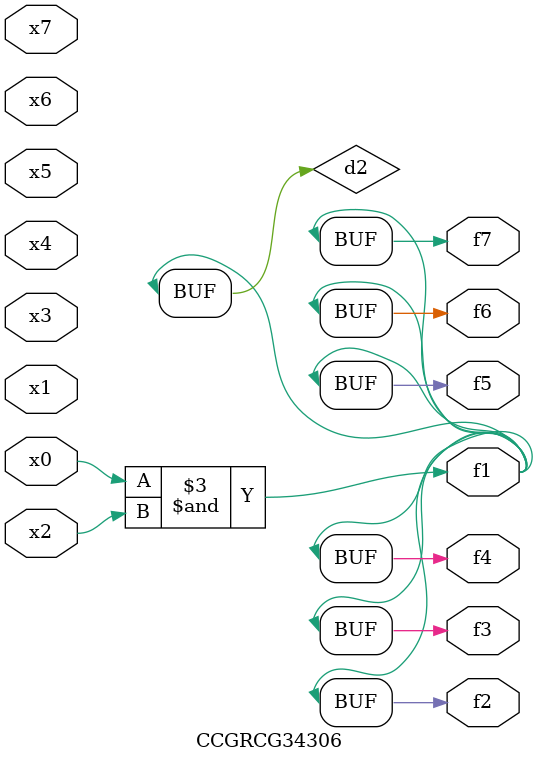
<source format=v>
module CCGRCG34306(
	input x0, x1, x2, x3, x4, x5, x6, x7,
	output f1, f2, f3, f4, f5, f6, f7
);

	wire d1, d2;

	nor (d1, x3, x6);
	and (d2, x0, x2);
	assign f1 = d2;
	assign f2 = d2;
	assign f3 = d2;
	assign f4 = d2;
	assign f5 = d2;
	assign f6 = d2;
	assign f7 = d2;
endmodule

</source>
